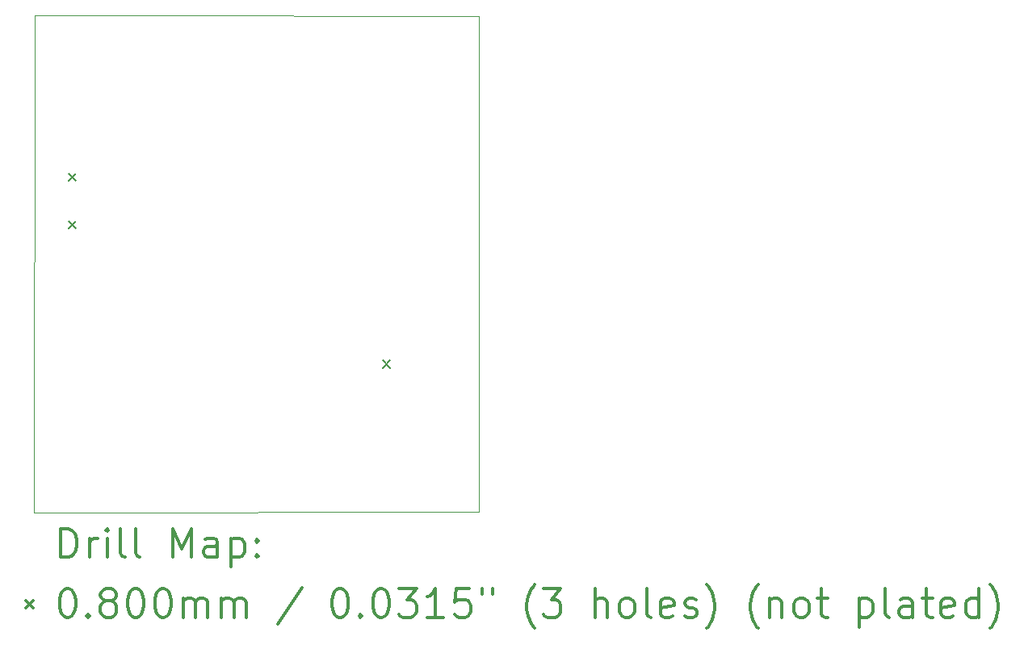
<source format=gbr>
%FSLAX45Y45*%
G04 Gerber Fmt 4.5, Leading zero omitted, Abs format (unit mm)*
G04 Created by KiCad (PCBNEW (5.1.10)-1) date 2021-07-02 09:23:47*
%MOMM*%
%LPD*%
G01*
G04 APERTURE LIST*
%TA.AperFunction,Profile*%
%ADD10C,0.100000*%
%TD*%
%ADD11C,0.200000*%
%ADD12C,0.300000*%
G04 APERTURE END LIST*
D10*
X12558000Y-7323000D02*
X13360400Y-7322312D01*
X12553000Y-12532000D02*
X12557828Y-7323000D01*
X17214000Y-12530000D02*
X12553000Y-12532000D01*
X17214000Y-7327000D02*
X17214000Y-12530000D01*
X13360400Y-7322312D02*
X17214000Y-7327000D01*
D11*
X12913000Y-8977000D02*
X12993000Y-9057000D01*
X12993000Y-8977000D02*
X12913000Y-9057000D01*
X12913000Y-9477000D02*
X12993000Y-9557000D01*
X12993000Y-9477000D02*
X12913000Y-9557000D01*
X16210000Y-10936000D02*
X16290000Y-11016000D01*
X16290000Y-10936000D02*
X16210000Y-11016000D01*
D12*
X12834428Y-13002714D02*
X12834428Y-12702714D01*
X12905857Y-12702714D01*
X12948714Y-12717000D01*
X12977286Y-12745571D01*
X12991571Y-12774143D01*
X13005857Y-12831286D01*
X13005857Y-12874143D01*
X12991571Y-12931286D01*
X12977286Y-12959857D01*
X12948714Y-12988429D01*
X12905857Y-13002714D01*
X12834428Y-13002714D01*
X13134428Y-13002714D02*
X13134428Y-12802714D01*
X13134428Y-12859857D02*
X13148714Y-12831286D01*
X13163000Y-12817000D01*
X13191571Y-12802714D01*
X13220143Y-12802714D01*
X13320143Y-13002714D02*
X13320143Y-12802714D01*
X13320143Y-12702714D02*
X13305857Y-12717000D01*
X13320143Y-12731286D01*
X13334428Y-12717000D01*
X13320143Y-12702714D01*
X13320143Y-12731286D01*
X13505857Y-13002714D02*
X13477286Y-12988429D01*
X13463000Y-12959857D01*
X13463000Y-12702714D01*
X13663000Y-13002714D02*
X13634428Y-12988429D01*
X13620143Y-12959857D01*
X13620143Y-12702714D01*
X14005857Y-13002714D02*
X14005857Y-12702714D01*
X14105857Y-12917000D01*
X14205857Y-12702714D01*
X14205857Y-13002714D01*
X14477286Y-13002714D02*
X14477286Y-12845571D01*
X14463000Y-12817000D01*
X14434428Y-12802714D01*
X14377286Y-12802714D01*
X14348714Y-12817000D01*
X14477286Y-12988429D02*
X14448714Y-13002714D01*
X14377286Y-13002714D01*
X14348714Y-12988429D01*
X14334428Y-12959857D01*
X14334428Y-12931286D01*
X14348714Y-12902714D01*
X14377286Y-12888429D01*
X14448714Y-12888429D01*
X14477286Y-12874143D01*
X14620143Y-12802714D02*
X14620143Y-13102714D01*
X14620143Y-12817000D02*
X14648714Y-12802714D01*
X14705857Y-12802714D01*
X14734428Y-12817000D01*
X14748714Y-12831286D01*
X14763000Y-12859857D01*
X14763000Y-12945571D01*
X14748714Y-12974143D01*
X14734428Y-12988429D01*
X14705857Y-13002714D01*
X14648714Y-13002714D01*
X14620143Y-12988429D01*
X14891571Y-12974143D02*
X14905857Y-12988429D01*
X14891571Y-13002714D01*
X14877286Y-12988429D01*
X14891571Y-12974143D01*
X14891571Y-13002714D01*
X14891571Y-12817000D02*
X14905857Y-12831286D01*
X14891571Y-12845571D01*
X14877286Y-12831286D01*
X14891571Y-12817000D01*
X14891571Y-12845571D01*
X12468000Y-13457000D02*
X12548000Y-13537000D01*
X12548000Y-13457000D02*
X12468000Y-13537000D01*
X12891571Y-13332714D02*
X12920143Y-13332714D01*
X12948714Y-13347000D01*
X12963000Y-13361286D01*
X12977286Y-13389857D01*
X12991571Y-13447000D01*
X12991571Y-13518429D01*
X12977286Y-13575571D01*
X12963000Y-13604143D01*
X12948714Y-13618429D01*
X12920143Y-13632714D01*
X12891571Y-13632714D01*
X12863000Y-13618429D01*
X12848714Y-13604143D01*
X12834428Y-13575571D01*
X12820143Y-13518429D01*
X12820143Y-13447000D01*
X12834428Y-13389857D01*
X12848714Y-13361286D01*
X12863000Y-13347000D01*
X12891571Y-13332714D01*
X13120143Y-13604143D02*
X13134428Y-13618429D01*
X13120143Y-13632714D01*
X13105857Y-13618429D01*
X13120143Y-13604143D01*
X13120143Y-13632714D01*
X13305857Y-13461286D02*
X13277286Y-13447000D01*
X13263000Y-13432714D01*
X13248714Y-13404143D01*
X13248714Y-13389857D01*
X13263000Y-13361286D01*
X13277286Y-13347000D01*
X13305857Y-13332714D01*
X13363000Y-13332714D01*
X13391571Y-13347000D01*
X13405857Y-13361286D01*
X13420143Y-13389857D01*
X13420143Y-13404143D01*
X13405857Y-13432714D01*
X13391571Y-13447000D01*
X13363000Y-13461286D01*
X13305857Y-13461286D01*
X13277286Y-13475571D01*
X13263000Y-13489857D01*
X13248714Y-13518429D01*
X13248714Y-13575571D01*
X13263000Y-13604143D01*
X13277286Y-13618429D01*
X13305857Y-13632714D01*
X13363000Y-13632714D01*
X13391571Y-13618429D01*
X13405857Y-13604143D01*
X13420143Y-13575571D01*
X13420143Y-13518429D01*
X13405857Y-13489857D01*
X13391571Y-13475571D01*
X13363000Y-13461286D01*
X13605857Y-13332714D02*
X13634428Y-13332714D01*
X13663000Y-13347000D01*
X13677286Y-13361286D01*
X13691571Y-13389857D01*
X13705857Y-13447000D01*
X13705857Y-13518429D01*
X13691571Y-13575571D01*
X13677286Y-13604143D01*
X13663000Y-13618429D01*
X13634428Y-13632714D01*
X13605857Y-13632714D01*
X13577286Y-13618429D01*
X13563000Y-13604143D01*
X13548714Y-13575571D01*
X13534428Y-13518429D01*
X13534428Y-13447000D01*
X13548714Y-13389857D01*
X13563000Y-13361286D01*
X13577286Y-13347000D01*
X13605857Y-13332714D01*
X13891571Y-13332714D02*
X13920143Y-13332714D01*
X13948714Y-13347000D01*
X13963000Y-13361286D01*
X13977286Y-13389857D01*
X13991571Y-13447000D01*
X13991571Y-13518429D01*
X13977286Y-13575571D01*
X13963000Y-13604143D01*
X13948714Y-13618429D01*
X13920143Y-13632714D01*
X13891571Y-13632714D01*
X13863000Y-13618429D01*
X13848714Y-13604143D01*
X13834428Y-13575571D01*
X13820143Y-13518429D01*
X13820143Y-13447000D01*
X13834428Y-13389857D01*
X13848714Y-13361286D01*
X13863000Y-13347000D01*
X13891571Y-13332714D01*
X14120143Y-13632714D02*
X14120143Y-13432714D01*
X14120143Y-13461286D02*
X14134428Y-13447000D01*
X14163000Y-13432714D01*
X14205857Y-13432714D01*
X14234428Y-13447000D01*
X14248714Y-13475571D01*
X14248714Y-13632714D01*
X14248714Y-13475571D02*
X14263000Y-13447000D01*
X14291571Y-13432714D01*
X14334428Y-13432714D01*
X14363000Y-13447000D01*
X14377286Y-13475571D01*
X14377286Y-13632714D01*
X14520143Y-13632714D02*
X14520143Y-13432714D01*
X14520143Y-13461286D02*
X14534428Y-13447000D01*
X14563000Y-13432714D01*
X14605857Y-13432714D01*
X14634428Y-13447000D01*
X14648714Y-13475571D01*
X14648714Y-13632714D01*
X14648714Y-13475571D02*
X14663000Y-13447000D01*
X14691571Y-13432714D01*
X14734428Y-13432714D01*
X14763000Y-13447000D01*
X14777286Y-13475571D01*
X14777286Y-13632714D01*
X15363000Y-13318429D02*
X15105857Y-13704143D01*
X15748714Y-13332714D02*
X15777286Y-13332714D01*
X15805857Y-13347000D01*
X15820143Y-13361286D01*
X15834428Y-13389857D01*
X15848714Y-13447000D01*
X15848714Y-13518429D01*
X15834428Y-13575571D01*
X15820143Y-13604143D01*
X15805857Y-13618429D01*
X15777286Y-13632714D01*
X15748714Y-13632714D01*
X15720143Y-13618429D01*
X15705857Y-13604143D01*
X15691571Y-13575571D01*
X15677286Y-13518429D01*
X15677286Y-13447000D01*
X15691571Y-13389857D01*
X15705857Y-13361286D01*
X15720143Y-13347000D01*
X15748714Y-13332714D01*
X15977286Y-13604143D02*
X15991571Y-13618429D01*
X15977286Y-13632714D01*
X15963000Y-13618429D01*
X15977286Y-13604143D01*
X15977286Y-13632714D01*
X16177286Y-13332714D02*
X16205857Y-13332714D01*
X16234428Y-13347000D01*
X16248714Y-13361286D01*
X16263000Y-13389857D01*
X16277286Y-13447000D01*
X16277286Y-13518429D01*
X16263000Y-13575571D01*
X16248714Y-13604143D01*
X16234428Y-13618429D01*
X16205857Y-13632714D01*
X16177286Y-13632714D01*
X16148714Y-13618429D01*
X16134428Y-13604143D01*
X16120143Y-13575571D01*
X16105857Y-13518429D01*
X16105857Y-13447000D01*
X16120143Y-13389857D01*
X16134428Y-13361286D01*
X16148714Y-13347000D01*
X16177286Y-13332714D01*
X16377286Y-13332714D02*
X16563000Y-13332714D01*
X16463000Y-13447000D01*
X16505857Y-13447000D01*
X16534428Y-13461286D01*
X16548714Y-13475571D01*
X16563000Y-13504143D01*
X16563000Y-13575571D01*
X16548714Y-13604143D01*
X16534428Y-13618429D01*
X16505857Y-13632714D01*
X16420143Y-13632714D01*
X16391571Y-13618429D01*
X16377286Y-13604143D01*
X16848714Y-13632714D02*
X16677286Y-13632714D01*
X16763000Y-13632714D02*
X16763000Y-13332714D01*
X16734428Y-13375571D01*
X16705857Y-13404143D01*
X16677286Y-13418429D01*
X17120143Y-13332714D02*
X16977286Y-13332714D01*
X16963000Y-13475571D01*
X16977286Y-13461286D01*
X17005857Y-13447000D01*
X17077286Y-13447000D01*
X17105857Y-13461286D01*
X17120143Y-13475571D01*
X17134428Y-13504143D01*
X17134428Y-13575571D01*
X17120143Y-13604143D01*
X17105857Y-13618429D01*
X17077286Y-13632714D01*
X17005857Y-13632714D01*
X16977286Y-13618429D01*
X16963000Y-13604143D01*
X17248714Y-13332714D02*
X17248714Y-13389857D01*
X17363000Y-13332714D02*
X17363000Y-13389857D01*
X17805857Y-13747000D02*
X17791571Y-13732714D01*
X17763000Y-13689857D01*
X17748714Y-13661286D01*
X17734428Y-13618429D01*
X17720143Y-13547000D01*
X17720143Y-13489857D01*
X17734428Y-13418429D01*
X17748714Y-13375571D01*
X17763000Y-13347000D01*
X17791571Y-13304143D01*
X17805857Y-13289857D01*
X17891571Y-13332714D02*
X18077286Y-13332714D01*
X17977286Y-13447000D01*
X18020143Y-13447000D01*
X18048714Y-13461286D01*
X18063000Y-13475571D01*
X18077286Y-13504143D01*
X18077286Y-13575571D01*
X18063000Y-13604143D01*
X18048714Y-13618429D01*
X18020143Y-13632714D01*
X17934428Y-13632714D01*
X17905857Y-13618429D01*
X17891571Y-13604143D01*
X18434428Y-13632714D02*
X18434428Y-13332714D01*
X18563000Y-13632714D02*
X18563000Y-13475571D01*
X18548714Y-13447000D01*
X18520143Y-13432714D01*
X18477286Y-13432714D01*
X18448714Y-13447000D01*
X18434428Y-13461286D01*
X18748714Y-13632714D02*
X18720143Y-13618429D01*
X18705857Y-13604143D01*
X18691571Y-13575571D01*
X18691571Y-13489857D01*
X18705857Y-13461286D01*
X18720143Y-13447000D01*
X18748714Y-13432714D01*
X18791571Y-13432714D01*
X18820143Y-13447000D01*
X18834428Y-13461286D01*
X18848714Y-13489857D01*
X18848714Y-13575571D01*
X18834428Y-13604143D01*
X18820143Y-13618429D01*
X18791571Y-13632714D01*
X18748714Y-13632714D01*
X19020143Y-13632714D02*
X18991571Y-13618429D01*
X18977286Y-13589857D01*
X18977286Y-13332714D01*
X19248714Y-13618429D02*
X19220143Y-13632714D01*
X19163000Y-13632714D01*
X19134428Y-13618429D01*
X19120143Y-13589857D01*
X19120143Y-13475571D01*
X19134428Y-13447000D01*
X19163000Y-13432714D01*
X19220143Y-13432714D01*
X19248714Y-13447000D01*
X19263000Y-13475571D01*
X19263000Y-13504143D01*
X19120143Y-13532714D01*
X19377286Y-13618429D02*
X19405857Y-13632714D01*
X19463000Y-13632714D01*
X19491571Y-13618429D01*
X19505857Y-13589857D01*
X19505857Y-13575571D01*
X19491571Y-13547000D01*
X19463000Y-13532714D01*
X19420143Y-13532714D01*
X19391571Y-13518429D01*
X19377286Y-13489857D01*
X19377286Y-13475571D01*
X19391571Y-13447000D01*
X19420143Y-13432714D01*
X19463000Y-13432714D01*
X19491571Y-13447000D01*
X19605857Y-13747000D02*
X19620143Y-13732714D01*
X19648714Y-13689857D01*
X19663000Y-13661286D01*
X19677286Y-13618429D01*
X19691571Y-13547000D01*
X19691571Y-13489857D01*
X19677286Y-13418429D01*
X19663000Y-13375571D01*
X19648714Y-13347000D01*
X19620143Y-13304143D01*
X19605857Y-13289857D01*
X20148714Y-13747000D02*
X20134428Y-13732714D01*
X20105857Y-13689857D01*
X20091571Y-13661286D01*
X20077286Y-13618429D01*
X20063000Y-13547000D01*
X20063000Y-13489857D01*
X20077286Y-13418429D01*
X20091571Y-13375571D01*
X20105857Y-13347000D01*
X20134428Y-13304143D01*
X20148714Y-13289857D01*
X20263000Y-13432714D02*
X20263000Y-13632714D01*
X20263000Y-13461286D02*
X20277286Y-13447000D01*
X20305857Y-13432714D01*
X20348714Y-13432714D01*
X20377286Y-13447000D01*
X20391571Y-13475571D01*
X20391571Y-13632714D01*
X20577286Y-13632714D02*
X20548714Y-13618429D01*
X20534428Y-13604143D01*
X20520143Y-13575571D01*
X20520143Y-13489857D01*
X20534428Y-13461286D01*
X20548714Y-13447000D01*
X20577286Y-13432714D01*
X20620143Y-13432714D01*
X20648714Y-13447000D01*
X20663000Y-13461286D01*
X20677286Y-13489857D01*
X20677286Y-13575571D01*
X20663000Y-13604143D01*
X20648714Y-13618429D01*
X20620143Y-13632714D01*
X20577286Y-13632714D01*
X20763000Y-13432714D02*
X20877286Y-13432714D01*
X20805857Y-13332714D02*
X20805857Y-13589857D01*
X20820143Y-13618429D01*
X20848714Y-13632714D01*
X20877286Y-13632714D01*
X21205857Y-13432714D02*
X21205857Y-13732714D01*
X21205857Y-13447000D02*
X21234428Y-13432714D01*
X21291571Y-13432714D01*
X21320143Y-13447000D01*
X21334428Y-13461286D01*
X21348714Y-13489857D01*
X21348714Y-13575571D01*
X21334428Y-13604143D01*
X21320143Y-13618429D01*
X21291571Y-13632714D01*
X21234428Y-13632714D01*
X21205857Y-13618429D01*
X21520143Y-13632714D02*
X21491571Y-13618429D01*
X21477286Y-13589857D01*
X21477286Y-13332714D01*
X21763000Y-13632714D02*
X21763000Y-13475571D01*
X21748714Y-13447000D01*
X21720143Y-13432714D01*
X21663000Y-13432714D01*
X21634428Y-13447000D01*
X21763000Y-13618429D02*
X21734428Y-13632714D01*
X21663000Y-13632714D01*
X21634428Y-13618429D01*
X21620143Y-13589857D01*
X21620143Y-13561286D01*
X21634428Y-13532714D01*
X21663000Y-13518429D01*
X21734428Y-13518429D01*
X21763000Y-13504143D01*
X21863000Y-13432714D02*
X21977286Y-13432714D01*
X21905857Y-13332714D02*
X21905857Y-13589857D01*
X21920143Y-13618429D01*
X21948714Y-13632714D01*
X21977286Y-13632714D01*
X22191571Y-13618429D02*
X22163000Y-13632714D01*
X22105857Y-13632714D01*
X22077286Y-13618429D01*
X22063000Y-13589857D01*
X22063000Y-13475571D01*
X22077286Y-13447000D01*
X22105857Y-13432714D01*
X22163000Y-13432714D01*
X22191571Y-13447000D01*
X22205857Y-13475571D01*
X22205857Y-13504143D01*
X22063000Y-13532714D01*
X22463000Y-13632714D02*
X22463000Y-13332714D01*
X22463000Y-13618429D02*
X22434428Y-13632714D01*
X22377286Y-13632714D01*
X22348714Y-13618429D01*
X22334428Y-13604143D01*
X22320143Y-13575571D01*
X22320143Y-13489857D01*
X22334428Y-13461286D01*
X22348714Y-13447000D01*
X22377286Y-13432714D01*
X22434428Y-13432714D01*
X22463000Y-13447000D01*
X22577286Y-13747000D02*
X22591571Y-13732714D01*
X22620143Y-13689857D01*
X22634428Y-13661286D01*
X22648714Y-13618429D01*
X22663000Y-13547000D01*
X22663000Y-13489857D01*
X22648714Y-13418429D01*
X22634428Y-13375571D01*
X22620143Y-13347000D01*
X22591571Y-13304143D01*
X22577286Y-13289857D01*
M02*

</source>
